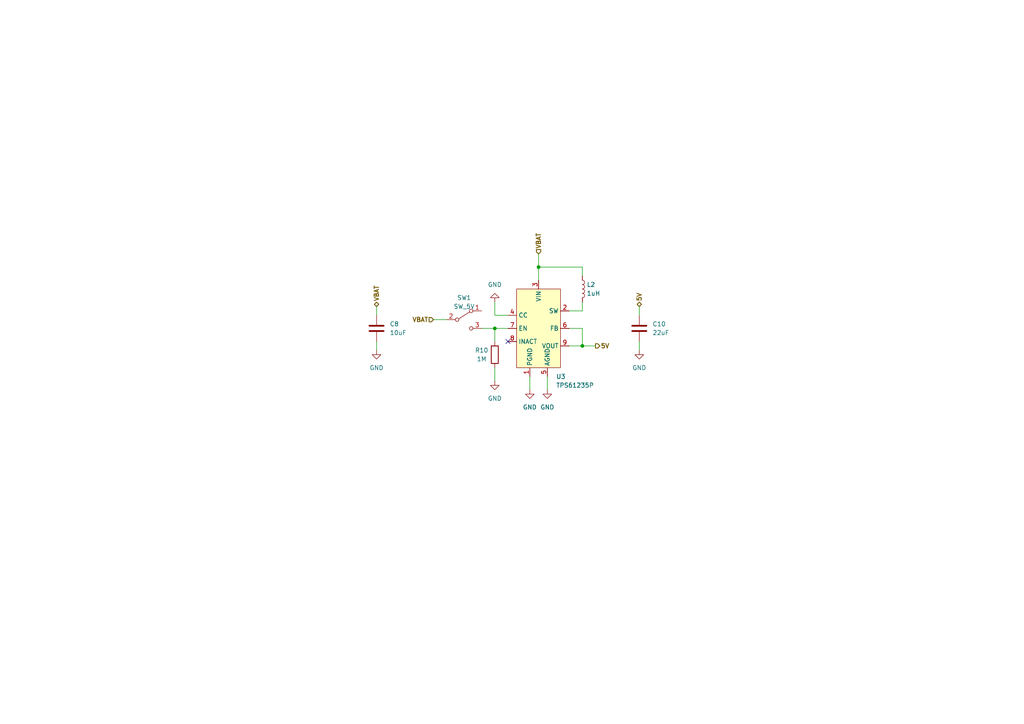
<source format=kicad_sch>
(kicad_sch (version 20230121) (generator eeschema)
  (paper "A4")
  (title_block (title "5V Power Supply") (date "2023-07-19") (rev "1.0"))
  (lib_symbols
    (symbol "Device:C" (pin_numbers hide) (pin_names (offset 0.254))
      (property "Reference" "C" (at 0.635 2.54 0))
      (property "Value" "C" (at 0.635 -2.54 0))
      (symbol "C_0_1"
        (polyline (pts (xy -2.032 -0.762) (xy 2.032 -0.762)) (stroke (width 0.508)))
        (polyline (pts (xy -2.032 0.762) (xy 2.032 0.762)) (stroke (width 0.508)))
      )
      (symbol "C_1_1"
        (pin passive line (at 0 3.81 270) (length 2.794) (name "~") (number "1"))
        (pin passive line (at 0 -3.81 90) (length 2.794) (name "~") (number "2"))
      )
    )
    (symbol "Device:L" (pin_numbers hide) (pin_names (offset 1.016) hide)
      (property "Reference" "L" (at -1.27 0 90))
      (property "Value" "L" (at 1.905 0 90))
      (symbol "L_0_1"
        (arc (start 0 -2.54) (mid 0.6323 -1.905) (end 0 -1.27))
        (arc (start 0 -1.27) (mid 0.6323 -0.635) (end 0 0))
        (arc (start 0 0) (mid 0.6323 0.635) (end 0 1.27))
        (arc (start 0 1.27) (mid 0.6323 1.905) (end 0 2.54))
      )
      (symbol "L_1_1"
        (pin passive line (at 0 3.81 270) (length 1.27) (name "1") (number "1"))
        (pin passive line (at 0 -3.81 90) (length 1.27) (name "2") (number "2"))
      )
    )
    (symbol "Device:R" (pin_numbers hide) (pin_names (offset 0))
      (property "Reference" "R" (at 2.032 0 90))
      (property "Value" "R" (at 0 0 90))
      (symbol "R_0_1"
        (rectangle (start -1.016 -2.54) (end 1.016 2.54) (stroke (width 0.254)))
      )
      (symbol "R_1_1"
        (pin passive line (at 0 3.81 270) (length 1.27) (name "~") (number "1"))
        (pin passive line (at 0 -3.81 90) (length 1.27) (name "~") (number "2"))
      )
    )
    (symbol "PicoUPS:TPS61235P"
      (property "Reference" "U" (at 0 0 0))
      (symbol "TPS61235P_1_1"
        (rectangle (start -6.35 11.43) (end 6.35 -11.43) (fill (type background)))
        (pin power_out line (at -2.54 -13.97 90) (length 2.54) (name "PGND") (number "1"))
        (pin power_out line (at 8.89 5.08 180) (length 2.54) (name "SW") (number "2"))
        (pin power_in line (at 0 13.97 270) (length 2.54) (name "VIN") (number "3"))
        (pin input line (at -8.89 3.81 0) (length 2.54) (name "CC") (number "4"))
        (pin power_out line (at 2.54 -13.97 90) (length 2.54) (name "AGND") (number "5"))
        (pin input line (at 8.89 0 180) (length 2.54) (name "FB") (number "6"))
        (pin input line (at -8.89 0 0) (length 2.54) (name "EN") (number "7"))
        (pin open_collector line (at -8.89 -3.81 0) (length 2.54) (name "INACT") (number "8"))
        (pin power_out line (at 8.89 -5.08 180) (length 2.54) (name "VOUT") (number "9"))
      )
    )
    (symbol "Switch:SW_SPDT" (pin_names (offset 0) hide)
      (property "Reference" "SW" (at 0 4.318 0))
      (property "Value" "SW_SPDT" (at 0 -5.08 0))
      (symbol "SW_SPDT_0_0"
        (circle (center -2.032 0) (radius 0.508))
        (circle (center 2.032 -2.54) (radius 0.508))
      )
      (symbol "SW_SPDT_0_1"
        (polyline (pts (xy -1.524 0.254) (xy 1.651 2.286)))
        (circle (center 2.032 2.54) (radius 0.508))
      )
      (symbol "SW_SPDT_1_1"
        (pin passive line (at 5.08 2.54 180) (length 2.54) (name "A") (number "1"))
        (pin passive line (at -5.08 0 0) (length 2.54) (name "B") (number "2"))
        (pin passive line (at 5.08 -2.54 180) (length 2.54) (name "C") (number "3"))
      )
    )
    (symbol "power:GND" (power) (pin_names (offset 0))
      (property "Value" "GND" (at 0 -3.81 0))
      (symbol "GND_0_1"
        (polyline (pts (xy 0 0) (xy 0 -1.27) (xy 1.27 -1.27) (xy 0 -2.54) (xy -1.27 -1.27) (xy 0 -1.27)))
      )
      (symbol "GND_1_1"
        (pin power_in line (at 0 0 270) (length 0) hide (name "GND") (number "1"))
      )
    )
  )
  (junction (at 143.51 95.25))
  (junction (at 156.21 77.47))
  (junction (at 168.91 100.33))
  (no_connect (at 147.32 99.06))
  (wire (pts (xy 168.91 100.33) (xy 168.91 95.25)))
  (wire (pts (xy 143.51 95.25) (xy 143.51 99.06)))
  (wire (pts (xy 143.51 106.68) (xy 143.51 110.49)))
  (wire (pts (xy 147.32 91.44) (xy 143.51 91.44)))
  (wire (pts (xy 168.91 90.17) (xy 168.91 87.63)))
  (wire (pts (xy 185.42 88.9) (xy 185.42 91.44)))
  (wire (pts (xy 168.91 100.33) (xy 172.72 100.33)))
  (wire (pts (xy 168.91 77.47) (xy 156.21 77.47)))
  (wire (pts (xy 139.7 95.25) (xy 143.51 95.25)))
  (wire (pts (xy 165.1 95.25) (xy 168.91 95.25)))
  (wire (pts (xy 185.42 99.06) (xy 185.42 101.6)))
  (wire (pts (xy 156.21 73.66) (xy 156.21 77.47)))
  (wire (pts (xy 143.51 91.44) (xy 143.51 87.63)))
  (wire (pts (xy 143.51 95.25) (xy 147.32 95.25)))
  (wire (pts (xy 158.75 109.22) (xy 158.75 113.03)))
  (wire (pts (xy 156.21 77.47) (xy 156.21 81.28)))
  (wire (pts (xy 109.22 99.06) (xy 109.22 101.6)))
  (wire (pts (xy 168.91 77.47) (xy 168.91 80.01)))
  (wire (pts (xy 165.1 100.33) (xy 168.91 100.33)))
  (wire (pts (xy 109.22 88.9) (xy 109.22 91.44)))
  (wire (pts (xy 153.67 109.22) (xy 153.67 113.03)))
  (wire (pts (xy 165.1 90.17) (xy 168.91 90.17)))
  (wire (pts (xy 125.73 92.71) (xy 129.54 92.71)))
  (hierarchical_label "5V" (shape bidirectional) (at 185.42 88.9 90) (effects (font bold)))
  (hierarchical_label "VBAT" (shape input) (at 156.21 73.66 90) (effects (font bold)))
  (hierarchical_label "VBAT" (shape bidirectional) (at 109.22 88.9 90) (effects (font bold)))
  (hierarchical_label "VBAT" (shape input) (at 125.73 92.71 180) (effects (font bold)))
  (hierarchical_label "5V" (shape output) (at 172.72 100.33 0) (effects (font bold)))
  (symbol (lib_id "power:GND") (at 143.51 110.49 0) (unit 1)
    (property "Reference" "#PWR04" (effects hide))
    (property "Value" "GND" (at 143.51 115.57 0))
    (instances (project "picoups" (path "" (reference "#PWR04") (unit 1)) (path "" (reference "#PWR011") (unit 1))))
  )
  (symbol (lib_id "power:GND") (at 109.22 101.6 0) (unit 1)
    (property "Reference" "#PWR021" (effects hide))
    (property "Value" "GND" (at 109.22 106.68 0))
    (instances (project "picoups" (path "" (reference "#PWR021") (unit 1)) (path "" (reference "#PWR019") (unit 1))))
  )
  (symbol (lib_id "Device:C") (at 109.22 95.25 0) (unit 1)
    (property "Reference" "C8" (at 113.03 93.98 0) (effects (justify left)))
    (property "Value" "10uF" (at 113.03 96.52 0) (effects (justify left)))
    (property "Footprint" "Capacitor_SMD:C_0805_2012Metric" (effects hide))
    (instances (project "picoups" (path "" (reference "C8") (unit 1)) (path "" (reference "C7") (unit 1))))
  )
  (symbol (lib_id "power:GND") (at 153.67 113.03 0) (unit 1)
    (property "Reference" "#PWR017" (effects hide))
    (property "Value" "GND" (at 153.67 118.11 0))
  )
  (symbol (lib_id "PicoUPS:TPS61235P") (at 156.21 95.25 0) (unit 1)
    (property "Reference" "U3" (at 161.29 109.22 0) (effects (justify left)))
    (property "Value" "TPS61235P" (at 161.29 111.76 0) (effects (justify left)))
    (property "Footprint" "PicoUPS:TPS61235P" (effects hide))
    (property "Datasheet" "https://www.ti.com/lit/ds/symlink/tps61235p.pdf" (effects hide))
  )
  (symbol (lib_id "Device:L") (at 168.91 83.82 0) (unit 1)
    (property "Reference" "L2" (at 170.18 82.55 0) (effects (justify left)))
    (property "Value" "1uH" (at 170.18 85.09 0) (effects (justify left)))
    (property "Footprint" "Inductor_SMD:L_Vishay_IHLP-2020" (effects hide))
  )
  (symbol (lib_id "power:GND") (at 158.75 113.03 0) (unit 1)
    (property "Reference" "#PWR018" (effects hide))
    (property "Value" "GND" (at 158.75 118.11 0))
  )
  (symbol (lib_id "Switch:SW_SPDT") (at 134.62 92.71 0) (unit 1)
    (property "Reference" "SW1" (at 134.62 86.36 0))
    (property "Value" "SW_5V" (at 134.62 88.9 0))
    (property "Footprint" "Button_Switch_SMD:SW_SPDT_PCM12" (effects hide))
  )
  (symbol (lib_id "power:GND") (at 185.42 101.6 0) (unit 1)
    (property "Reference" "#PWR022" (effects hide))
    (property "Value" "GND" (at 185.42 106.68 0))
    (instances (project "picoups" (path "" (reference "#PWR022") (unit 1)) (path "" (reference "#PWR021") (unit 1))))
  )
  (symbol (lib_id "power:GND") (at 143.51 87.63 180) (unit 1)
    (property "Reference" "#PWR019" (effects hide))
    (property "Value" "GND" (at 143.51 82.55 0))
    (instances (project "picoups" (path "" (reference "#PWR019") (unit 1)) (path "" (reference "#PWR04") (unit 1))))
  )
  (symbol (lib_id "Device:R") (at 143.51 102.87 180) (unit 1)
    (property "Reference" "R10" (at 139.7 101.6 0))
    (property "Value" "1M" (at 139.7 104.14 0))
    (property "Footprint" "Resistor_SMD:R_0805_2012Metric" (effects hide))
    (instances (project "picoups" (path "" (reference "R10") (unit 1)) (path "" (reference "R5") (unit 1))))
  )
  (symbol (lib_id "Device:C") (at 185.42 95.25 0) (unit 1)
    (property "Reference" "C10" (at 189.23 93.98 0) (effects (justify left)))
    (property "Value" "22uF" (at 189.23 96.52 0) (effects (justify left)))
    (property "Footprint" "Capacitor_SMD:C_0805_2012Metric" (effects hide))
    (instances (project "picoups" (path "" (reference "C10") (unit 1)) (path "" (reference "C8") (unit 1))))
  )
)
</source>
